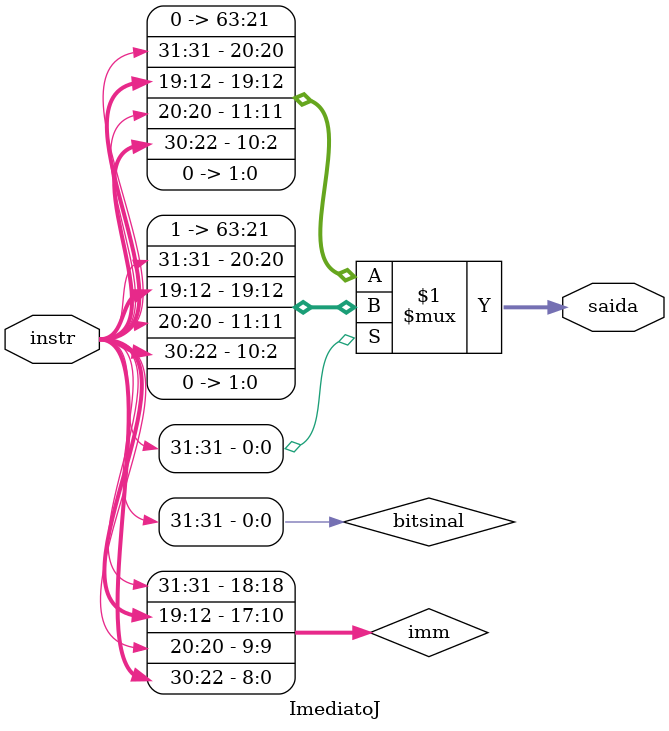
<source format=v>
module ImediatoJ #(parameter BITSENTRADA = 32, BITSIMM = 19, BITSSAIDA = 64)
(instr, saida);

input [BITSENTRADA-1:0] instr;
wire [BITSIMM-1:0] imm;
output [BITSSAIDA-1:0] saida;
wire bitsinal;

assign bitsinal = imm[BITSIMM - 1];

assign imm = {instr[31], instr[19:12], instr[20], instr[30:25], instr[24:22]};
assign saida = imm[BITSIMM - 1] ? {~(43'b0), imm, 2'b0} : 
                                  {43'b0, imm, 2'b0};

    
endmodule
</source>
